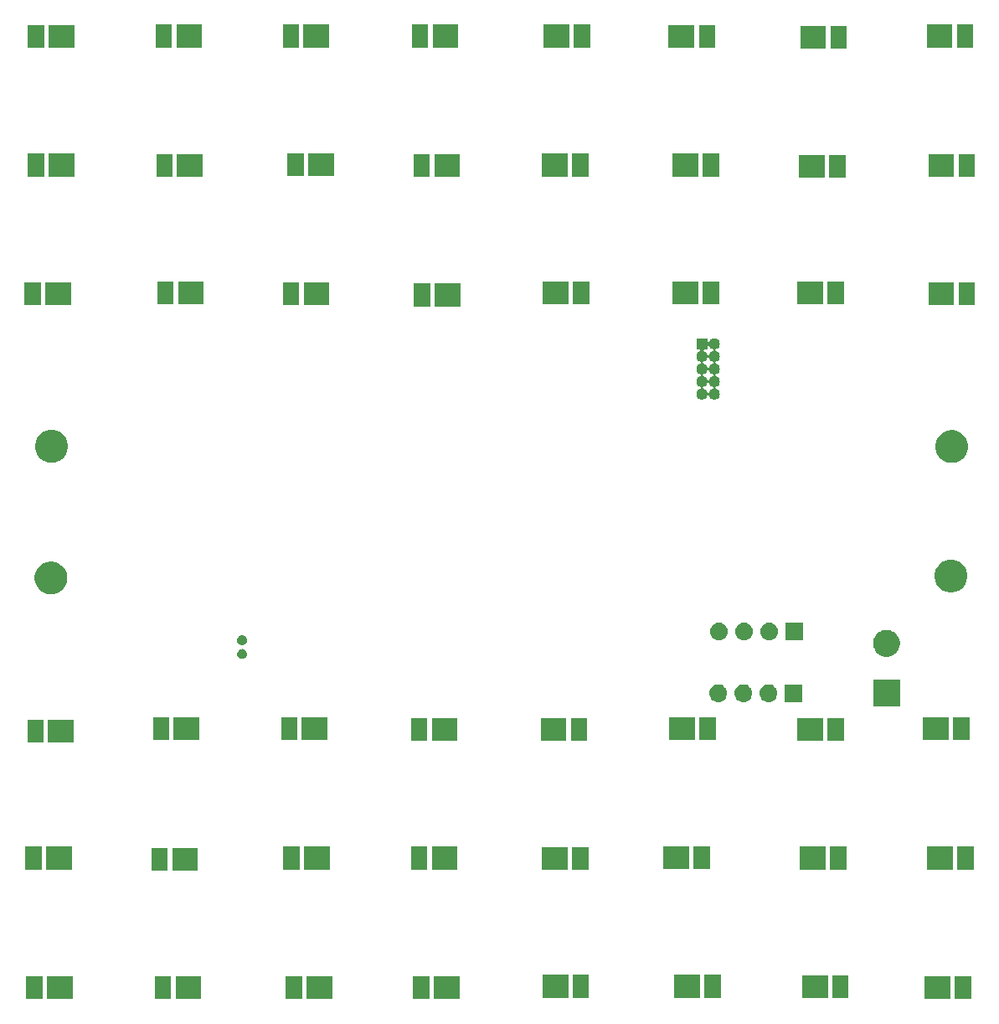
<source format=gbs>
G04 #@! TF.GenerationSoftware,KiCad,Pcbnew,(5.1.2-1)-1*
G04 #@! TF.CreationDate,2019-08-17T07:29:06+01:00*
G04 #@! TF.ProjectId,led_controller,6c65645f-636f-46e7-9472-6f6c6c65722e,rev?*
G04 #@! TF.SameCoordinates,Original*
G04 #@! TF.FileFunction,Soldermask,Bot*
G04 #@! TF.FilePolarity,Negative*
%FSLAX46Y46*%
G04 Gerber Fmt 4.6, Leading zero omitted, Abs format (unit mm)*
G04 Created by KiCad (PCBNEW (5.1.2-1)-1) date 2019-08-17 07:29:06*
%MOMM*%
%LPD*%
G04 APERTURE LIST*
%ADD10C,0.100000*%
G04 APERTURE END LIST*
D10*
G36*
X130926000Y-136751000D02*
G01*
X128324000Y-136751000D01*
X128324000Y-134449000D01*
X130926000Y-134449000D01*
X130926000Y-136751000D01*
X130926000Y-136751000D01*
G37*
G36*
X127876000Y-136751000D02*
G01*
X126224000Y-136751000D01*
X126224000Y-134449000D01*
X127876000Y-134449000D01*
X127876000Y-136751000D01*
X127876000Y-136751000D01*
G37*
G36*
X104701000Y-136751000D02*
G01*
X102099000Y-136751000D01*
X102099000Y-134449000D01*
X104701000Y-134449000D01*
X104701000Y-136751000D01*
X104701000Y-136751000D01*
G37*
G36*
X101651000Y-136751000D02*
G01*
X99999000Y-136751000D01*
X99999000Y-134449000D01*
X101651000Y-134449000D01*
X101651000Y-136751000D01*
X101651000Y-136751000D01*
G37*
G36*
X117701000Y-136701000D02*
G01*
X115099000Y-136701000D01*
X115099000Y-134399000D01*
X117701000Y-134399000D01*
X117701000Y-136701000D01*
X117701000Y-136701000D01*
G37*
G36*
X114651000Y-136701000D02*
G01*
X112999000Y-136701000D01*
X112999000Y-134399000D01*
X114651000Y-134399000D01*
X114651000Y-136701000D01*
X114651000Y-136701000D01*
G37*
G36*
X195551000Y-136701000D02*
G01*
X193899000Y-136701000D01*
X193899000Y-134399000D01*
X195551000Y-134399000D01*
X195551000Y-136701000D01*
X195551000Y-136701000D01*
G37*
G36*
X193451000Y-136701000D02*
G01*
X190849000Y-136701000D01*
X190849000Y-134399000D01*
X193451000Y-134399000D01*
X193451000Y-136701000D01*
X193451000Y-136701000D01*
G37*
G36*
X143801000Y-136701000D02*
G01*
X141199000Y-136701000D01*
X141199000Y-134399000D01*
X143801000Y-134399000D01*
X143801000Y-136701000D01*
X143801000Y-136701000D01*
G37*
G36*
X140751000Y-136701000D02*
G01*
X139099000Y-136701000D01*
X139099000Y-134399000D01*
X140751000Y-134399000D01*
X140751000Y-136701000D01*
X140751000Y-136701000D01*
G37*
G36*
X183151000Y-136651000D02*
G01*
X181499000Y-136651000D01*
X181499000Y-134349000D01*
X183151000Y-134349000D01*
X183151000Y-136651000D01*
X183151000Y-136651000D01*
G37*
G36*
X181051000Y-136651000D02*
G01*
X178449000Y-136651000D01*
X178449000Y-134349000D01*
X181051000Y-134349000D01*
X181051000Y-136651000D01*
X181051000Y-136651000D01*
G37*
G36*
X168101000Y-136601000D02*
G01*
X165499000Y-136601000D01*
X165499000Y-134299000D01*
X168101000Y-134299000D01*
X168101000Y-136601000D01*
X168101000Y-136601000D01*
G37*
G36*
X170201000Y-136601000D02*
G01*
X168549000Y-136601000D01*
X168549000Y-134299000D01*
X170201000Y-134299000D01*
X170201000Y-136601000D01*
X170201000Y-136601000D01*
G37*
G36*
X154801000Y-136601000D02*
G01*
X152199000Y-136601000D01*
X152199000Y-134299000D01*
X154801000Y-134299000D01*
X154801000Y-136601000D01*
X154801000Y-136601000D01*
G37*
G36*
X156901000Y-136601000D02*
G01*
X155249000Y-136601000D01*
X155249000Y-134299000D01*
X156901000Y-134299000D01*
X156901000Y-136601000D01*
X156901000Y-136601000D01*
G37*
G36*
X114301000Y-123751000D02*
G01*
X112649000Y-123751000D01*
X112649000Y-121449000D01*
X114301000Y-121449000D01*
X114301000Y-123751000D01*
X114301000Y-123751000D01*
G37*
G36*
X117351000Y-123751000D02*
G01*
X114749000Y-123751000D01*
X114749000Y-121449000D01*
X117351000Y-121449000D01*
X117351000Y-123751000D01*
X117351000Y-123751000D01*
G37*
G36*
X156826000Y-123701000D02*
G01*
X155174000Y-123701000D01*
X155174000Y-121399000D01*
X156826000Y-121399000D01*
X156826000Y-123701000D01*
X156826000Y-123701000D01*
G37*
G36*
X154726000Y-123701000D02*
G01*
X152124000Y-123701000D01*
X152124000Y-121399000D01*
X154726000Y-121399000D01*
X154726000Y-123701000D01*
X154726000Y-123701000D01*
G37*
G36*
X140551000Y-123651000D02*
G01*
X138899000Y-123651000D01*
X138899000Y-121349000D01*
X140551000Y-121349000D01*
X140551000Y-123651000D01*
X140551000Y-123651000D01*
G37*
G36*
X143601000Y-123651000D02*
G01*
X140999000Y-123651000D01*
X140999000Y-121349000D01*
X143601000Y-121349000D01*
X143601000Y-123651000D01*
X143601000Y-123651000D01*
G37*
G36*
X130701000Y-123651000D02*
G01*
X128099000Y-123651000D01*
X128099000Y-121349000D01*
X130701000Y-121349000D01*
X130701000Y-123651000D01*
X130701000Y-123651000D01*
G37*
G36*
X127651000Y-123651000D02*
G01*
X125999000Y-123651000D01*
X125999000Y-121349000D01*
X127651000Y-121349000D01*
X127651000Y-123651000D01*
X127651000Y-123651000D01*
G37*
G36*
X104601000Y-123651000D02*
G01*
X101999000Y-123651000D01*
X101999000Y-121349000D01*
X104601000Y-121349000D01*
X104601000Y-123651000D01*
X104601000Y-123651000D01*
G37*
G36*
X101551000Y-123651000D02*
G01*
X99899000Y-123651000D01*
X99899000Y-121349000D01*
X101551000Y-121349000D01*
X101551000Y-123651000D01*
X101551000Y-123651000D01*
G37*
G36*
X180801000Y-123651000D02*
G01*
X178199000Y-123651000D01*
X178199000Y-121349000D01*
X180801000Y-121349000D01*
X180801000Y-123651000D01*
X180801000Y-123651000D01*
G37*
G36*
X182901000Y-123651000D02*
G01*
X181249000Y-123651000D01*
X181249000Y-121349000D01*
X182901000Y-121349000D01*
X182901000Y-123651000D01*
X182901000Y-123651000D01*
G37*
G36*
X195801000Y-123651000D02*
G01*
X194149000Y-123651000D01*
X194149000Y-121349000D01*
X195801000Y-121349000D01*
X195801000Y-123651000D01*
X195801000Y-123651000D01*
G37*
G36*
X193701000Y-123651000D02*
G01*
X191099000Y-123651000D01*
X191099000Y-121349000D01*
X193701000Y-121349000D01*
X193701000Y-123651000D01*
X193701000Y-123651000D01*
G37*
G36*
X167026000Y-123601000D02*
G01*
X164424000Y-123601000D01*
X164424000Y-121299000D01*
X167026000Y-121299000D01*
X167026000Y-123601000D01*
X167026000Y-123601000D01*
G37*
G36*
X169126000Y-123601000D02*
G01*
X167474000Y-123601000D01*
X167474000Y-121299000D01*
X169126000Y-121299000D01*
X169126000Y-123601000D01*
X169126000Y-123601000D01*
G37*
G36*
X101751000Y-110826000D02*
G01*
X100099000Y-110826000D01*
X100099000Y-108524000D01*
X101751000Y-108524000D01*
X101751000Y-110826000D01*
X101751000Y-110826000D01*
G37*
G36*
X104801000Y-110826000D02*
G01*
X102199000Y-110826000D01*
X102199000Y-108524000D01*
X104801000Y-108524000D01*
X104801000Y-110826000D01*
X104801000Y-110826000D01*
G37*
G36*
X180551000Y-110651000D02*
G01*
X177949000Y-110651000D01*
X177949000Y-108349000D01*
X180551000Y-108349000D01*
X180551000Y-110651000D01*
X180551000Y-110651000D01*
G37*
G36*
X182651000Y-110651000D02*
G01*
X180999000Y-110651000D01*
X180999000Y-108349000D01*
X182651000Y-108349000D01*
X182651000Y-110651000D01*
X182651000Y-110651000D01*
G37*
G36*
X143601000Y-110651000D02*
G01*
X140999000Y-110651000D01*
X140999000Y-108349000D01*
X143601000Y-108349000D01*
X143601000Y-110651000D01*
X143601000Y-110651000D01*
G37*
G36*
X140551000Y-110651000D02*
G01*
X138899000Y-110651000D01*
X138899000Y-108349000D01*
X140551000Y-108349000D01*
X140551000Y-110651000D01*
X140551000Y-110651000D01*
G37*
G36*
X154601000Y-110651000D02*
G01*
X151999000Y-110651000D01*
X151999000Y-108349000D01*
X154601000Y-108349000D01*
X154601000Y-110651000D01*
X154601000Y-110651000D01*
G37*
G36*
X156701000Y-110651000D02*
G01*
X155049000Y-110651000D01*
X155049000Y-108349000D01*
X156701000Y-108349000D01*
X156701000Y-110651000D01*
X156701000Y-110651000D01*
G37*
G36*
X193251000Y-110601000D02*
G01*
X190649000Y-110601000D01*
X190649000Y-108299000D01*
X193251000Y-108299000D01*
X193251000Y-110601000D01*
X193251000Y-110601000D01*
G37*
G36*
X195351000Y-110601000D02*
G01*
X193699000Y-110601000D01*
X193699000Y-108299000D01*
X195351000Y-108299000D01*
X195351000Y-110601000D01*
X195351000Y-110601000D01*
G37*
G36*
X117501000Y-110601000D02*
G01*
X114899000Y-110601000D01*
X114899000Y-108299000D01*
X117501000Y-108299000D01*
X117501000Y-110601000D01*
X117501000Y-110601000D01*
G37*
G36*
X114451000Y-110601000D02*
G01*
X112799000Y-110601000D01*
X112799000Y-108299000D01*
X114451000Y-108299000D01*
X114451000Y-110601000D01*
X114451000Y-110601000D01*
G37*
G36*
X169701000Y-110551000D02*
G01*
X168049000Y-110551000D01*
X168049000Y-108249000D01*
X169701000Y-108249000D01*
X169701000Y-110551000D01*
X169701000Y-110551000D01*
G37*
G36*
X167601000Y-110551000D02*
G01*
X164999000Y-110551000D01*
X164999000Y-108249000D01*
X167601000Y-108249000D01*
X167601000Y-110551000D01*
X167601000Y-110551000D01*
G37*
G36*
X130451000Y-110551000D02*
G01*
X127849000Y-110551000D01*
X127849000Y-108249000D01*
X130451000Y-108249000D01*
X130451000Y-110551000D01*
X130451000Y-110551000D01*
G37*
G36*
X127401000Y-110551000D02*
G01*
X125749000Y-110551000D01*
X125749000Y-108249000D01*
X127401000Y-108249000D01*
X127401000Y-110551000D01*
X127401000Y-110551000D01*
G37*
G36*
X188326000Y-107151000D02*
G01*
X185624000Y-107151000D01*
X185624000Y-104449000D01*
X188326000Y-104449000D01*
X188326000Y-107151000D01*
X188326000Y-107151000D01*
G37*
G36*
X172605442Y-104955518D02*
G01*
X172671627Y-104962037D01*
X172841466Y-105013557D01*
X172997991Y-105097222D01*
X173033729Y-105126552D01*
X173135186Y-105209814D01*
X173218448Y-105311271D01*
X173247778Y-105347009D01*
X173331443Y-105503534D01*
X173382963Y-105673373D01*
X173400359Y-105850000D01*
X173382963Y-106026627D01*
X173331443Y-106196466D01*
X173247778Y-106352991D01*
X173218448Y-106388729D01*
X173135186Y-106490186D01*
X173033729Y-106573448D01*
X172997991Y-106602778D01*
X172841466Y-106686443D01*
X172671627Y-106737963D01*
X172605443Y-106744481D01*
X172539260Y-106751000D01*
X172450740Y-106751000D01*
X172384557Y-106744481D01*
X172318373Y-106737963D01*
X172148534Y-106686443D01*
X171992009Y-106602778D01*
X171956271Y-106573448D01*
X171854814Y-106490186D01*
X171771552Y-106388729D01*
X171742222Y-106352991D01*
X171658557Y-106196466D01*
X171607037Y-106026627D01*
X171589641Y-105850000D01*
X171607037Y-105673373D01*
X171658557Y-105503534D01*
X171742222Y-105347009D01*
X171771552Y-105311271D01*
X171854814Y-105209814D01*
X171956271Y-105126552D01*
X171992009Y-105097222D01*
X172148534Y-105013557D01*
X172318373Y-104962037D01*
X172384558Y-104955518D01*
X172450740Y-104949000D01*
X172539260Y-104949000D01*
X172605442Y-104955518D01*
X172605442Y-104955518D01*
G37*
G36*
X175145442Y-104955518D02*
G01*
X175211627Y-104962037D01*
X175381466Y-105013557D01*
X175537991Y-105097222D01*
X175573729Y-105126552D01*
X175675186Y-105209814D01*
X175758448Y-105311271D01*
X175787778Y-105347009D01*
X175871443Y-105503534D01*
X175922963Y-105673373D01*
X175940359Y-105850000D01*
X175922963Y-106026627D01*
X175871443Y-106196466D01*
X175787778Y-106352991D01*
X175758448Y-106388729D01*
X175675186Y-106490186D01*
X175573729Y-106573448D01*
X175537991Y-106602778D01*
X175381466Y-106686443D01*
X175211627Y-106737963D01*
X175145443Y-106744481D01*
X175079260Y-106751000D01*
X174990740Y-106751000D01*
X174924557Y-106744481D01*
X174858373Y-106737963D01*
X174688534Y-106686443D01*
X174532009Y-106602778D01*
X174496271Y-106573448D01*
X174394814Y-106490186D01*
X174311552Y-106388729D01*
X174282222Y-106352991D01*
X174198557Y-106196466D01*
X174147037Y-106026627D01*
X174129641Y-105850000D01*
X174147037Y-105673373D01*
X174198557Y-105503534D01*
X174282222Y-105347009D01*
X174311552Y-105311271D01*
X174394814Y-105209814D01*
X174496271Y-105126552D01*
X174532009Y-105097222D01*
X174688534Y-105013557D01*
X174858373Y-104962037D01*
X174924558Y-104955518D01*
X174990740Y-104949000D01*
X175079260Y-104949000D01*
X175145442Y-104955518D01*
X175145442Y-104955518D01*
G37*
G36*
X170065442Y-104955518D02*
G01*
X170131627Y-104962037D01*
X170301466Y-105013557D01*
X170457991Y-105097222D01*
X170493729Y-105126552D01*
X170595186Y-105209814D01*
X170678448Y-105311271D01*
X170707778Y-105347009D01*
X170791443Y-105503534D01*
X170842963Y-105673373D01*
X170860359Y-105850000D01*
X170842963Y-106026627D01*
X170791443Y-106196466D01*
X170707778Y-106352991D01*
X170678448Y-106388729D01*
X170595186Y-106490186D01*
X170493729Y-106573448D01*
X170457991Y-106602778D01*
X170301466Y-106686443D01*
X170131627Y-106737963D01*
X170065443Y-106744481D01*
X169999260Y-106751000D01*
X169910740Y-106751000D01*
X169844557Y-106744481D01*
X169778373Y-106737963D01*
X169608534Y-106686443D01*
X169452009Y-106602778D01*
X169416271Y-106573448D01*
X169314814Y-106490186D01*
X169231552Y-106388729D01*
X169202222Y-106352991D01*
X169118557Y-106196466D01*
X169067037Y-106026627D01*
X169049641Y-105850000D01*
X169067037Y-105673373D01*
X169118557Y-105503534D01*
X169202222Y-105347009D01*
X169231552Y-105311271D01*
X169314814Y-105209814D01*
X169416271Y-105126552D01*
X169452009Y-105097222D01*
X169608534Y-105013557D01*
X169778373Y-104962037D01*
X169844558Y-104955518D01*
X169910740Y-104949000D01*
X169999260Y-104949000D01*
X170065442Y-104955518D01*
X170065442Y-104955518D01*
G37*
G36*
X178476000Y-106751000D02*
G01*
X176674000Y-106751000D01*
X176674000Y-104949000D01*
X178476000Y-104949000D01*
X178476000Y-106751000D01*
X178476000Y-106751000D01*
G37*
G36*
X121922740Y-101383626D02*
G01*
X121971136Y-101393253D01*
X122008902Y-101408896D01*
X122062311Y-101431019D01*
X122103062Y-101458248D01*
X122144369Y-101485848D01*
X122214152Y-101555631D01*
X122214153Y-101555633D01*
X122268981Y-101637689D01*
X122306747Y-101728865D01*
X122326000Y-101825655D01*
X122326000Y-101924345D01*
X122306747Y-102021135D01*
X122268981Y-102112311D01*
X122268980Y-102112312D01*
X122214152Y-102194369D01*
X122144369Y-102264152D01*
X122103062Y-102291752D01*
X122062311Y-102318981D01*
X122008902Y-102341104D01*
X121971136Y-102356747D01*
X121922740Y-102366373D01*
X121874345Y-102376000D01*
X121775655Y-102376000D01*
X121727260Y-102366373D01*
X121678864Y-102356747D01*
X121641098Y-102341104D01*
X121587689Y-102318981D01*
X121546938Y-102291752D01*
X121505631Y-102264152D01*
X121435848Y-102194369D01*
X121381020Y-102112312D01*
X121381019Y-102112311D01*
X121343253Y-102021135D01*
X121324000Y-101924345D01*
X121324000Y-101825655D01*
X121343253Y-101728865D01*
X121381019Y-101637689D01*
X121435847Y-101555633D01*
X121435848Y-101555631D01*
X121505631Y-101485848D01*
X121546938Y-101458248D01*
X121587689Y-101431019D01*
X121641098Y-101408896D01*
X121678864Y-101393253D01*
X121727260Y-101383627D01*
X121775655Y-101374000D01*
X121874345Y-101374000D01*
X121922740Y-101383626D01*
X121922740Y-101383626D01*
G37*
G36*
X187369072Y-99500918D02*
G01*
X187608279Y-99600000D01*
X187614939Y-99602759D01*
X187726328Y-99677187D01*
X187836211Y-99750609D01*
X188024391Y-99938789D01*
X188172242Y-100160063D01*
X188274082Y-100405928D01*
X188326000Y-100666937D01*
X188326000Y-100933063D01*
X188274082Y-101194072D01*
X188172242Y-101439937D01*
X188040109Y-101637688D01*
X188024390Y-101661212D01*
X187836212Y-101849390D01*
X187614939Y-101997241D01*
X187614938Y-101997242D01*
X187614937Y-101997242D01*
X187369072Y-102099082D01*
X187108063Y-102151000D01*
X186841937Y-102151000D01*
X186580928Y-102099082D01*
X186335063Y-101997242D01*
X186335062Y-101997242D01*
X186335061Y-101997241D01*
X186113788Y-101849390D01*
X185925610Y-101661212D01*
X185909892Y-101637688D01*
X185777758Y-101439937D01*
X185675918Y-101194072D01*
X185624000Y-100933063D01*
X185624000Y-100666937D01*
X185675918Y-100405928D01*
X185777758Y-100160063D01*
X185925609Y-99938789D01*
X186113789Y-99750609D01*
X186223672Y-99677187D01*
X186335061Y-99602759D01*
X186341722Y-99600000D01*
X186580928Y-99500918D01*
X186841937Y-99449000D01*
X187108063Y-99449000D01*
X187369072Y-99500918D01*
X187369072Y-99500918D01*
G37*
G36*
X121922740Y-99983626D02*
G01*
X121971136Y-99993253D01*
X122008902Y-100008896D01*
X122062311Y-100031019D01*
X122062312Y-100031020D01*
X122144369Y-100085848D01*
X122214152Y-100155631D01*
X122214153Y-100155633D01*
X122268981Y-100237689D01*
X122306747Y-100328865D01*
X122326000Y-100425655D01*
X122326000Y-100524345D01*
X122306747Y-100621135D01*
X122268981Y-100712311D01*
X122268980Y-100712312D01*
X122214152Y-100794369D01*
X122144369Y-100864152D01*
X122103062Y-100891752D01*
X122062311Y-100918981D01*
X122008902Y-100941104D01*
X121971136Y-100956747D01*
X121922740Y-100966374D01*
X121874345Y-100976000D01*
X121775655Y-100976000D01*
X121727260Y-100966374D01*
X121678864Y-100956747D01*
X121641098Y-100941104D01*
X121587689Y-100918981D01*
X121546938Y-100891752D01*
X121505631Y-100864152D01*
X121435848Y-100794369D01*
X121381020Y-100712312D01*
X121381019Y-100712311D01*
X121343253Y-100621135D01*
X121324000Y-100524345D01*
X121324000Y-100425655D01*
X121343253Y-100328865D01*
X121381019Y-100237689D01*
X121435847Y-100155633D01*
X121435848Y-100155631D01*
X121505631Y-100085848D01*
X121587688Y-100031020D01*
X121587689Y-100031019D01*
X121641098Y-100008896D01*
X121678864Y-99993253D01*
X121727260Y-99983626D01*
X121775655Y-99974000D01*
X121874345Y-99974000D01*
X121922740Y-99983626D01*
X121922740Y-99983626D01*
G37*
G36*
X178551000Y-100501000D02*
G01*
X176749000Y-100501000D01*
X176749000Y-98699000D01*
X178551000Y-98699000D01*
X178551000Y-100501000D01*
X178551000Y-100501000D01*
G37*
G36*
X170140443Y-98705519D02*
G01*
X170206627Y-98712037D01*
X170376466Y-98763557D01*
X170532991Y-98847222D01*
X170568729Y-98876552D01*
X170670186Y-98959814D01*
X170753448Y-99061271D01*
X170782778Y-99097009D01*
X170866443Y-99253534D01*
X170917963Y-99423373D01*
X170935359Y-99600000D01*
X170917963Y-99776627D01*
X170866443Y-99946466D01*
X170782778Y-100102991D01*
X170753448Y-100138729D01*
X170670186Y-100240186D01*
X170568729Y-100323448D01*
X170532991Y-100352778D01*
X170376466Y-100436443D01*
X170206627Y-100487963D01*
X170140443Y-100494481D01*
X170074260Y-100501000D01*
X169985740Y-100501000D01*
X169919557Y-100494481D01*
X169853373Y-100487963D01*
X169683534Y-100436443D01*
X169527009Y-100352778D01*
X169491271Y-100323448D01*
X169389814Y-100240186D01*
X169306552Y-100138729D01*
X169277222Y-100102991D01*
X169193557Y-99946466D01*
X169142037Y-99776627D01*
X169124641Y-99600000D01*
X169142037Y-99423373D01*
X169193557Y-99253534D01*
X169277222Y-99097009D01*
X169306552Y-99061271D01*
X169389814Y-98959814D01*
X169491271Y-98876552D01*
X169527009Y-98847222D01*
X169683534Y-98763557D01*
X169853373Y-98712037D01*
X169919558Y-98705518D01*
X169985740Y-98699000D01*
X170074260Y-98699000D01*
X170140443Y-98705519D01*
X170140443Y-98705519D01*
G37*
G36*
X172680443Y-98705519D02*
G01*
X172746627Y-98712037D01*
X172916466Y-98763557D01*
X173072991Y-98847222D01*
X173108729Y-98876552D01*
X173210186Y-98959814D01*
X173293448Y-99061271D01*
X173322778Y-99097009D01*
X173406443Y-99253534D01*
X173457963Y-99423373D01*
X173475359Y-99600000D01*
X173457963Y-99776627D01*
X173406443Y-99946466D01*
X173322778Y-100102991D01*
X173293448Y-100138729D01*
X173210186Y-100240186D01*
X173108729Y-100323448D01*
X173072991Y-100352778D01*
X172916466Y-100436443D01*
X172746627Y-100487963D01*
X172680443Y-100494481D01*
X172614260Y-100501000D01*
X172525740Y-100501000D01*
X172459557Y-100494481D01*
X172393373Y-100487963D01*
X172223534Y-100436443D01*
X172067009Y-100352778D01*
X172031271Y-100323448D01*
X171929814Y-100240186D01*
X171846552Y-100138729D01*
X171817222Y-100102991D01*
X171733557Y-99946466D01*
X171682037Y-99776627D01*
X171664641Y-99600000D01*
X171682037Y-99423373D01*
X171733557Y-99253534D01*
X171817222Y-99097009D01*
X171846552Y-99061271D01*
X171929814Y-98959814D01*
X172031271Y-98876552D01*
X172067009Y-98847222D01*
X172223534Y-98763557D01*
X172393373Y-98712037D01*
X172459558Y-98705518D01*
X172525740Y-98699000D01*
X172614260Y-98699000D01*
X172680443Y-98705519D01*
X172680443Y-98705519D01*
G37*
G36*
X175220443Y-98705519D02*
G01*
X175286627Y-98712037D01*
X175456466Y-98763557D01*
X175612991Y-98847222D01*
X175648729Y-98876552D01*
X175750186Y-98959814D01*
X175833448Y-99061271D01*
X175862778Y-99097009D01*
X175946443Y-99253534D01*
X175997963Y-99423373D01*
X176015359Y-99600000D01*
X175997963Y-99776627D01*
X175946443Y-99946466D01*
X175862778Y-100102991D01*
X175833448Y-100138729D01*
X175750186Y-100240186D01*
X175648729Y-100323448D01*
X175612991Y-100352778D01*
X175456466Y-100436443D01*
X175286627Y-100487963D01*
X175220443Y-100494481D01*
X175154260Y-100501000D01*
X175065740Y-100501000D01*
X174999557Y-100494481D01*
X174933373Y-100487963D01*
X174763534Y-100436443D01*
X174607009Y-100352778D01*
X174571271Y-100323448D01*
X174469814Y-100240186D01*
X174386552Y-100138729D01*
X174357222Y-100102991D01*
X174273557Y-99946466D01*
X174222037Y-99776627D01*
X174204641Y-99600000D01*
X174222037Y-99423373D01*
X174273557Y-99253534D01*
X174357222Y-99097009D01*
X174386552Y-99061271D01*
X174469814Y-98959814D01*
X174571271Y-98876552D01*
X174607009Y-98847222D01*
X174763534Y-98763557D01*
X174933373Y-98712037D01*
X174999558Y-98705518D01*
X175065740Y-98699000D01*
X175154260Y-98699000D01*
X175220443Y-98705519D01*
X175220443Y-98705519D01*
G37*
G36*
X102875256Y-92591298D02*
G01*
X102981579Y-92612447D01*
X103282042Y-92736903D01*
X103552451Y-92917585D01*
X103782415Y-93147549D01*
X103782416Y-93147551D01*
X103963098Y-93417960D01*
X104087553Y-93718422D01*
X104151000Y-94037389D01*
X104151000Y-94362611D01*
X104108702Y-94575256D01*
X104087553Y-94681579D01*
X103963097Y-94982042D01*
X103782415Y-95252451D01*
X103552451Y-95482415D01*
X103282042Y-95663097D01*
X102981579Y-95787553D01*
X102875256Y-95808702D01*
X102662611Y-95851000D01*
X102337389Y-95851000D01*
X102124744Y-95808702D01*
X102018421Y-95787553D01*
X101717958Y-95663097D01*
X101447549Y-95482415D01*
X101217585Y-95252451D01*
X101036903Y-94982042D01*
X100912447Y-94681579D01*
X100891298Y-94575256D01*
X100849000Y-94362611D01*
X100849000Y-94037389D01*
X100912447Y-93718422D01*
X101036902Y-93417960D01*
X101217584Y-93147551D01*
X101217585Y-93147549D01*
X101447549Y-92917585D01*
X101717958Y-92736903D01*
X102018421Y-92612447D01*
X102124744Y-92591298D01*
X102337389Y-92549000D01*
X102662611Y-92549000D01*
X102875256Y-92591298D01*
X102875256Y-92591298D01*
G37*
G36*
X193875256Y-92391298D02*
G01*
X193981579Y-92412447D01*
X194282042Y-92536903D01*
X194552451Y-92717585D01*
X194782415Y-92947549D01*
X194963097Y-93217958D01*
X195045941Y-93417960D01*
X195087553Y-93518422D01*
X195127336Y-93718421D01*
X195151000Y-93837391D01*
X195151000Y-94162609D01*
X195087553Y-94481579D01*
X194963097Y-94782042D01*
X194782415Y-95052451D01*
X194552451Y-95282415D01*
X194282042Y-95463097D01*
X193981579Y-95587553D01*
X193875256Y-95608702D01*
X193662611Y-95651000D01*
X193337389Y-95651000D01*
X193124744Y-95608702D01*
X193018421Y-95587553D01*
X192717958Y-95463097D01*
X192447549Y-95282415D01*
X192217585Y-95052451D01*
X192036903Y-94782042D01*
X191912447Y-94481579D01*
X191849000Y-94162609D01*
X191849000Y-93837391D01*
X191872665Y-93718421D01*
X191912447Y-93518422D01*
X191954060Y-93417960D01*
X192036903Y-93217958D01*
X192217585Y-92947549D01*
X192447549Y-92717585D01*
X192717958Y-92536903D01*
X193018421Y-92412447D01*
X193124744Y-92391298D01*
X193337389Y-92349000D01*
X193662611Y-92349000D01*
X193875256Y-92391298D01*
X193875256Y-92391298D01*
G37*
G36*
X193950257Y-79316299D02*
G01*
X194056580Y-79337448D01*
X194357043Y-79461904D01*
X194627452Y-79642586D01*
X194857416Y-79872550D01*
X195038098Y-80142959D01*
X195162554Y-80443422D01*
X195226001Y-80762392D01*
X195226001Y-81087610D01*
X195162554Y-81406580D01*
X195038098Y-81707043D01*
X194857416Y-81977452D01*
X194627452Y-82207416D01*
X194357043Y-82388098D01*
X194056580Y-82512554D01*
X193950257Y-82533703D01*
X193737612Y-82576001D01*
X193412390Y-82576001D01*
X193199745Y-82533703D01*
X193093422Y-82512554D01*
X192792959Y-82388098D01*
X192522550Y-82207416D01*
X192292586Y-81977452D01*
X192111904Y-81707043D01*
X191987448Y-81406580D01*
X191924001Y-81087610D01*
X191924001Y-80762392D01*
X191987448Y-80443422D01*
X192111904Y-80142959D01*
X192292586Y-79872550D01*
X192522550Y-79642586D01*
X192792959Y-79461904D01*
X193093422Y-79337448D01*
X193199745Y-79316299D01*
X193412390Y-79274001D01*
X193737612Y-79274001D01*
X193950257Y-79316299D01*
X193950257Y-79316299D01*
G37*
G36*
X102838298Y-79274001D02*
G01*
X103031579Y-79312447D01*
X103332042Y-79436903D01*
X103602451Y-79617585D01*
X103832415Y-79847549D01*
X104013097Y-80117958D01*
X104137553Y-80418421D01*
X104201000Y-80737391D01*
X104201000Y-81062609D01*
X104137553Y-81381579D01*
X104013097Y-81682042D01*
X103832415Y-81952451D01*
X103602451Y-82182415D01*
X103332042Y-82363097D01*
X103031579Y-82487553D01*
X102925256Y-82508702D01*
X102712611Y-82551000D01*
X102387389Y-82551000D01*
X102174744Y-82508702D01*
X102068421Y-82487553D01*
X101767958Y-82363097D01*
X101497549Y-82182415D01*
X101267585Y-81952451D01*
X101086903Y-81682042D01*
X100962447Y-81381579D01*
X100899000Y-81062609D01*
X100899000Y-80737391D01*
X100962447Y-80418421D01*
X101086903Y-80117958D01*
X101267585Y-79847549D01*
X101497549Y-79617585D01*
X101767958Y-79436903D01*
X102068421Y-79312447D01*
X102261702Y-79274001D01*
X102387389Y-79249000D01*
X102712611Y-79249000D01*
X102838298Y-79274001D01*
X102838298Y-79274001D01*
G37*
G36*
X168851000Y-70202265D02*
G01*
X168853402Y-70226651D01*
X168860515Y-70250100D01*
X168872066Y-70271711D01*
X168887611Y-70290653D01*
X168906553Y-70306198D01*
X168928164Y-70317749D01*
X168951613Y-70324862D01*
X168975999Y-70327264D01*
X169000385Y-70324862D01*
X169023834Y-70317749D01*
X169045445Y-70306198D01*
X169064387Y-70290653D01*
X169079932Y-70271711D01*
X169086233Y-70261198D01*
X169109644Y-70217400D01*
X169178499Y-70133499D01*
X169262400Y-70064643D01*
X169330945Y-70028005D01*
X169358121Y-70013479D01*
X169461985Y-69981973D01*
X169542933Y-69974000D01*
X169597067Y-69974000D01*
X169678015Y-69981973D01*
X169781879Y-70013479D01*
X169809055Y-70028005D01*
X169877600Y-70064643D01*
X169961501Y-70133499D01*
X170030357Y-70217400D01*
X170066995Y-70285945D01*
X170081521Y-70313121D01*
X170113027Y-70416985D01*
X170123666Y-70525000D01*
X170113027Y-70633015D01*
X170081521Y-70736879D01*
X170081191Y-70737496D01*
X170030357Y-70832600D01*
X169961501Y-70916501D01*
X169877600Y-70985357D01*
X169809055Y-71021995D01*
X169781879Y-71036521D01*
X169769131Y-71040388D01*
X169746504Y-71049760D01*
X169726130Y-71063374D01*
X169708803Y-71080701D01*
X169695189Y-71101075D01*
X169685812Y-71123714D01*
X169681031Y-71147747D01*
X169681031Y-71172251D01*
X169685811Y-71196285D01*
X169695188Y-71218924D01*
X169708802Y-71239298D01*
X169726129Y-71256625D01*
X169746503Y-71270239D01*
X169769131Y-71279612D01*
X169781879Y-71283479D01*
X169808344Y-71297625D01*
X169877600Y-71334643D01*
X169961501Y-71403499D01*
X170030357Y-71487400D01*
X170066995Y-71555945D01*
X170081521Y-71583121D01*
X170113027Y-71686985D01*
X170123666Y-71795000D01*
X170113027Y-71903015D01*
X170081521Y-72006879D01*
X170081519Y-72006882D01*
X170030357Y-72102600D01*
X169961501Y-72186501D01*
X169877600Y-72255357D01*
X169809055Y-72291995D01*
X169781879Y-72306521D01*
X169769131Y-72310388D01*
X169746504Y-72319760D01*
X169726130Y-72333374D01*
X169708803Y-72350701D01*
X169695189Y-72371075D01*
X169685812Y-72393714D01*
X169681031Y-72417747D01*
X169681031Y-72442251D01*
X169685811Y-72466285D01*
X169695188Y-72488924D01*
X169708802Y-72509298D01*
X169726129Y-72526625D01*
X169746503Y-72540239D01*
X169769131Y-72549612D01*
X169781879Y-72553479D01*
X169809055Y-72568005D01*
X169877600Y-72604643D01*
X169961501Y-72673499D01*
X170030357Y-72757400D01*
X170066995Y-72825945D01*
X170081521Y-72853121D01*
X170113027Y-72956985D01*
X170123666Y-73065000D01*
X170113027Y-73173015D01*
X170081521Y-73276879D01*
X170081519Y-73276882D01*
X170030357Y-73372600D01*
X169961501Y-73456501D01*
X169877600Y-73525357D01*
X169809055Y-73561995D01*
X169781879Y-73576521D01*
X169769131Y-73580388D01*
X169746504Y-73589760D01*
X169726130Y-73603374D01*
X169708803Y-73620701D01*
X169695189Y-73641075D01*
X169685812Y-73663714D01*
X169681031Y-73687747D01*
X169681031Y-73712251D01*
X169685811Y-73736285D01*
X169695188Y-73758924D01*
X169708802Y-73779298D01*
X169726129Y-73796625D01*
X169746503Y-73810239D01*
X169769131Y-73819612D01*
X169781879Y-73823479D01*
X169809055Y-73838005D01*
X169877600Y-73874643D01*
X169961501Y-73943499D01*
X170030357Y-74027400D01*
X170066995Y-74095945D01*
X170081521Y-74123121D01*
X170113027Y-74226985D01*
X170123666Y-74335000D01*
X170113027Y-74443015D01*
X170081521Y-74546879D01*
X170081519Y-74546882D01*
X170030357Y-74642600D01*
X169961501Y-74726501D01*
X169877600Y-74795357D01*
X169809055Y-74831995D01*
X169781879Y-74846521D01*
X169769131Y-74850388D01*
X169746504Y-74859760D01*
X169726130Y-74873374D01*
X169708803Y-74890701D01*
X169695189Y-74911075D01*
X169685812Y-74933714D01*
X169681031Y-74957747D01*
X169681031Y-74982251D01*
X169685811Y-75006285D01*
X169695188Y-75028924D01*
X169708802Y-75049298D01*
X169726129Y-75066625D01*
X169746503Y-75080239D01*
X169769131Y-75089612D01*
X169781879Y-75093479D01*
X169809055Y-75108005D01*
X169877600Y-75144643D01*
X169961501Y-75213499D01*
X170030357Y-75297400D01*
X170066995Y-75365945D01*
X170081521Y-75393121D01*
X170113027Y-75496985D01*
X170123666Y-75605000D01*
X170113027Y-75713015D01*
X170081521Y-75816879D01*
X170081519Y-75816882D01*
X170030357Y-75912600D01*
X169961501Y-75996501D01*
X169877600Y-76065357D01*
X169809055Y-76101995D01*
X169781879Y-76116521D01*
X169678015Y-76148027D01*
X169597067Y-76156000D01*
X169542933Y-76156000D01*
X169461985Y-76148027D01*
X169358121Y-76116521D01*
X169330945Y-76101995D01*
X169262400Y-76065357D01*
X169178499Y-75996501D01*
X169109643Y-75912600D01*
X169058481Y-75816882D01*
X169058479Y-75816879D01*
X169054612Y-75804131D01*
X169045240Y-75781504D01*
X169031626Y-75761130D01*
X169014299Y-75743803D01*
X168993925Y-75730189D01*
X168971286Y-75720812D01*
X168947253Y-75716031D01*
X168922749Y-75716031D01*
X168898715Y-75720811D01*
X168876076Y-75730188D01*
X168855702Y-75743802D01*
X168838375Y-75761129D01*
X168824761Y-75781503D01*
X168815388Y-75804131D01*
X168811521Y-75816879D01*
X168811519Y-75816882D01*
X168760357Y-75912600D01*
X168691501Y-75996501D01*
X168607600Y-76065357D01*
X168539055Y-76101995D01*
X168511879Y-76116521D01*
X168408015Y-76148027D01*
X168327067Y-76156000D01*
X168272933Y-76156000D01*
X168191985Y-76148027D01*
X168088121Y-76116521D01*
X168060945Y-76101995D01*
X167992400Y-76065357D01*
X167908499Y-75996501D01*
X167839643Y-75912600D01*
X167788481Y-75816882D01*
X167788479Y-75816879D01*
X167756973Y-75713015D01*
X167746334Y-75605000D01*
X167756973Y-75496985D01*
X167788479Y-75393121D01*
X167803005Y-75365945D01*
X167839643Y-75297400D01*
X167908499Y-75213499D01*
X167992400Y-75144643D01*
X168060945Y-75108005D01*
X168088121Y-75093479D01*
X168100869Y-75089612D01*
X168123496Y-75080240D01*
X168143870Y-75066626D01*
X168161197Y-75049299D01*
X168174811Y-75028925D01*
X168184188Y-75006286D01*
X168188969Y-74982253D01*
X168188969Y-74957749D01*
X168188969Y-74957747D01*
X168411031Y-74957747D01*
X168411031Y-74982251D01*
X168415811Y-75006285D01*
X168425188Y-75028924D01*
X168438802Y-75049298D01*
X168456129Y-75066625D01*
X168476503Y-75080239D01*
X168499131Y-75089612D01*
X168511879Y-75093479D01*
X168539055Y-75108005D01*
X168607600Y-75144643D01*
X168691501Y-75213499D01*
X168760357Y-75297400D01*
X168796995Y-75365945D01*
X168811521Y-75393121D01*
X168815388Y-75405869D01*
X168824760Y-75428496D01*
X168838374Y-75448870D01*
X168855701Y-75466197D01*
X168876075Y-75479811D01*
X168898714Y-75489188D01*
X168922747Y-75493969D01*
X168947251Y-75493969D01*
X168971285Y-75489189D01*
X168993924Y-75479812D01*
X169014298Y-75466198D01*
X169031625Y-75448871D01*
X169045239Y-75428497D01*
X169054612Y-75405869D01*
X169058479Y-75393121D01*
X169073005Y-75365945D01*
X169109643Y-75297400D01*
X169178499Y-75213499D01*
X169262400Y-75144643D01*
X169330945Y-75108005D01*
X169358121Y-75093479D01*
X169370869Y-75089612D01*
X169393496Y-75080240D01*
X169413870Y-75066626D01*
X169431197Y-75049299D01*
X169444811Y-75028925D01*
X169454188Y-75006286D01*
X169458969Y-74982253D01*
X169458969Y-74957749D01*
X169454189Y-74933715D01*
X169444812Y-74911076D01*
X169431198Y-74890702D01*
X169413871Y-74873375D01*
X169393497Y-74859761D01*
X169370869Y-74850388D01*
X169358121Y-74846521D01*
X169330945Y-74831995D01*
X169262400Y-74795357D01*
X169178499Y-74726501D01*
X169109643Y-74642600D01*
X169058481Y-74546882D01*
X169058479Y-74546879D01*
X169054612Y-74534131D01*
X169045240Y-74511504D01*
X169031626Y-74491130D01*
X169014299Y-74473803D01*
X168993925Y-74460189D01*
X168971286Y-74450812D01*
X168947253Y-74446031D01*
X168922749Y-74446031D01*
X168898715Y-74450811D01*
X168876076Y-74460188D01*
X168855702Y-74473802D01*
X168838375Y-74491129D01*
X168824761Y-74511503D01*
X168815388Y-74534131D01*
X168811521Y-74546879D01*
X168811519Y-74546882D01*
X168760357Y-74642600D01*
X168691501Y-74726501D01*
X168607600Y-74795357D01*
X168539055Y-74831995D01*
X168511879Y-74846521D01*
X168499131Y-74850388D01*
X168476504Y-74859760D01*
X168456130Y-74873374D01*
X168438803Y-74890701D01*
X168425189Y-74911075D01*
X168415812Y-74933714D01*
X168411031Y-74957747D01*
X168188969Y-74957747D01*
X168184189Y-74933715D01*
X168174812Y-74911076D01*
X168161198Y-74890702D01*
X168143871Y-74873375D01*
X168123497Y-74859761D01*
X168100869Y-74850388D01*
X168088121Y-74846521D01*
X168060945Y-74831995D01*
X167992400Y-74795357D01*
X167908499Y-74726501D01*
X167839643Y-74642600D01*
X167788481Y-74546882D01*
X167788479Y-74546879D01*
X167756973Y-74443015D01*
X167746334Y-74335000D01*
X167756973Y-74226985D01*
X167788479Y-74123121D01*
X167803005Y-74095945D01*
X167839643Y-74027400D01*
X167908499Y-73943499D01*
X167992400Y-73874643D01*
X168060945Y-73838005D01*
X168088121Y-73823479D01*
X168100869Y-73819612D01*
X168123496Y-73810240D01*
X168143870Y-73796626D01*
X168161197Y-73779299D01*
X168174811Y-73758925D01*
X168184188Y-73736286D01*
X168188969Y-73712253D01*
X168188969Y-73687749D01*
X168188969Y-73687747D01*
X168411031Y-73687747D01*
X168411031Y-73712251D01*
X168415811Y-73736285D01*
X168425188Y-73758924D01*
X168438802Y-73779298D01*
X168456129Y-73796625D01*
X168476503Y-73810239D01*
X168499131Y-73819612D01*
X168511879Y-73823479D01*
X168539055Y-73838005D01*
X168607600Y-73874643D01*
X168691501Y-73943499D01*
X168760357Y-74027400D01*
X168796995Y-74095945D01*
X168811521Y-74123121D01*
X168815388Y-74135869D01*
X168824760Y-74158496D01*
X168838374Y-74178870D01*
X168855701Y-74196197D01*
X168876075Y-74209811D01*
X168898714Y-74219188D01*
X168922747Y-74223969D01*
X168947251Y-74223969D01*
X168971285Y-74219189D01*
X168993924Y-74209812D01*
X169014298Y-74196198D01*
X169031625Y-74178871D01*
X169045239Y-74158497D01*
X169054612Y-74135869D01*
X169058479Y-74123121D01*
X169073005Y-74095945D01*
X169109643Y-74027400D01*
X169178499Y-73943499D01*
X169262400Y-73874643D01*
X169330945Y-73838005D01*
X169358121Y-73823479D01*
X169370869Y-73819612D01*
X169393496Y-73810240D01*
X169413870Y-73796626D01*
X169431197Y-73779299D01*
X169444811Y-73758925D01*
X169454188Y-73736286D01*
X169458969Y-73712253D01*
X169458969Y-73687749D01*
X169454189Y-73663715D01*
X169444812Y-73641076D01*
X169431198Y-73620702D01*
X169413871Y-73603375D01*
X169393497Y-73589761D01*
X169370869Y-73580388D01*
X169358121Y-73576521D01*
X169330945Y-73561995D01*
X169262400Y-73525357D01*
X169178499Y-73456501D01*
X169109643Y-73372600D01*
X169058481Y-73276882D01*
X169058479Y-73276879D01*
X169054612Y-73264131D01*
X169045240Y-73241504D01*
X169031626Y-73221130D01*
X169014299Y-73203803D01*
X168993925Y-73190189D01*
X168971286Y-73180812D01*
X168947253Y-73176031D01*
X168922749Y-73176031D01*
X168898715Y-73180811D01*
X168876076Y-73190188D01*
X168855702Y-73203802D01*
X168838375Y-73221129D01*
X168824761Y-73241503D01*
X168815388Y-73264131D01*
X168811521Y-73276879D01*
X168811519Y-73276882D01*
X168760357Y-73372600D01*
X168691501Y-73456501D01*
X168607600Y-73525357D01*
X168539055Y-73561995D01*
X168511879Y-73576521D01*
X168499131Y-73580388D01*
X168476504Y-73589760D01*
X168456130Y-73603374D01*
X168438803Y-73620701D01*
X168425189Y-73641075D01*
X168415812Y-73663714D01*
X168411031Y-73687747D01*
X168188969Y-73687747D01*
X168184189Y-73663715D01*
X168174812Y-73641076D01*
X168161198Y-73620702D01*
X168143871Y-73603375D01*
X168123497Y-73589761D01*
X168100869Y-73580388D01*
X168088121Y-73576521D01*
X168060945Y-73561995D01*
X167992400Y-73525357D01*
X167908499Y-73456501D01*
X167839643Y-73372600D01*
X167788481Y-73276882D01*
X167788479Y-73276879D01*
X167756973Y-73173015D01*
X167746334Y-73065000D01*
X167756973Y-72956985D01*
X167788479Y-72853121D01*
X167803005Y-72825945D01*
X167839643Y-72757400D01*
X167908499Y-72673499D01*
X167992400Y-72604643D01*
X168060945Y-72568005D01*
X168088121Y-72553479D01*
X168100869Y-72549612D01*
X168123496Y-72540240D01*
X168143870Y-72526626D01*
X168161197Y-72509299D01*
X168174811Y-72488925D01*
X168184188Y-72466286D01*
X168188969Y-72442253D01*
X168188969Y-72417749D01*
X168188969Y-72417747D01*
X168411031Y-72417747D01*
X168411031Y-72442251D01*
X168415811Y-72466285D01*
X168425188Y-72488924D01*
X168438802Y-72509298D01*
X168456129Y-72526625D01*
X168476503Y-72540239D01*
X168499131Y-72549612D01*
X168511879Y-72553479D01*
X168539055Y-72568005D01*
X168607600Y-72604643D01*
X168691501Y-72673499D01*
X168760357Y-72757400D01*
X168796995Y-72825945D01*
X168811521Y-72853121D01*
X168815388Y-72865869D01*
X168824760Y-72888496D01*
X168838374Y-72908870D01*
X168855701Y-72926197D01*
X168876075Y-72939811D01*
X168898714Y-72949188D01*
X168922747Y-72953969D01*
X168947251Y-72953969D01*
X168971285Y-72949189D01*
X168993924Y-72939812D01*
X169014298Y-72926198D01*
X169031625Y-72908871D01*
X169045239Y-72888497D01*
X169054612Y-72865869D01*
X169058479Y-72853121D01*
X169073005Y-72825945D01*
X169109643Y-72757400D01*
X169178499Y-72673499D01*
X169262400Y-72604643D01*
X169330945Y-72568005D01*
X169358121Y-72553479D01*
X169370869Y-72549612D01*
X169393496Y-72540240D01*
X169413870Y-72526626D01*
X169431197Y-72509299D01*
X169444811Y-72488925D01*
X169454188Y-72466286D01*
X169458969Y-72442253D01*
X169458969Y-72417749D01*
X169454189Y-72393715D01*
X169444812Y-72371076D01*
X169431198Y-72350702D01*
X169413871Y-72333375D01*
X169393497Y-72319761D01*
X169370869Y-72310388D01*
X169358121Y-72306521D01*
X169330945Y-72291995D01*
X169262400Y-72255357D01*
X169178499Y-72186501D01*
X169109643Y-72102600D01*
X169058481Y-72006882D01*
X169058479Y-72006879D01*
X169054612Y-71994131D01*
X169045240Y-71971504D01*
X169031626Y-71951130D01*
X169014299Y-71933803D01*
X168993925Y-71920189D01*
X168971286Y-71910812D01*
X168947253Y-71906031D01*
X168922749Y-71906031D01*
X168898715Y-71910811D01*
X168876076Y-71920188D01*
X168855702Y-71933802D01*
X168838375Y-71951129D01*
X168824761Y-71971503D01*
X168815388Y-71994131D01*
X168811521Y-72006879D01*
X168811519Y-72006882D01*
X168760357Y-72102600D01*
X168691501Y-72186501D01*
X168607600Y-72255357D01*
X168539055Y-72291995D01*
X168511879Y-72306521D01*
X168499131Y-72310388D01*
X168476504Y-72319760D01*
X168456130Y-72333374D01*
X168438803Y-72350701D01*
X168425189Y-72371075D01*
X168415812Y-72393714D01*
X168411031Y-72417747D01*
X168188969Y-72417747D01*
X168184189Y-72393715D01*
X168174812Y-72371076D01*
X168161198Y-72350702D01*
X168143871Y-72333375D01*
X168123497Y-72319761D01*
X168100869Y-72310388D01*
X168088121Y-72306521D01*
X168060945Y-72291995D01*
X167992400Y-72255357D01*
X167908499Y-72186501D01*
X167839643Y-72102600D01*
X167788481Y-72006882D01*
X167788479Y-72006879D01*
X167756973Y-71903015D01*
X167746334Y-71795000D01*
X167756973Y-71686985D01*
X167788479Y-71583121D01*
X167803005Y-71555945D01*
X167839643Y-71487400D01*
X167908499Y-71403499D01*
X167992399Y-71334645D01*
X167992398Y-71334645D01*
X167992400Y-71334644D01*
X168036193Y-71311236D01*
X168056563Y-71297625D01*
X168073890Y-71280298D01*
X168087504Y-71259924D01*
X168096881Y-71237285D01*
X168101662Y-71213252D01*
X168101662Y-71200999D01*
X168497736Y-71200999D01*
X168500138Y-71225385D01*
X168507251Y-71248834D01*
X168518802Y-71270445D01*
X168534347Y-71289387D01*
X168553289Y-71304932D01*
X168563802Y-71311233D01*
X168607600Y-71334644D01*
X168607602Y-71334645D01*
X168607601Y-71334645D01*
X168691501Y-71403499D01*
X168760357Y-71487400D01*
X168796995Y-71555945D01*
X168811521Y-71583121D01*
X168815388Y-71595869D01*
X168824760Y-71618496D01*
X168838374Y-71638870D01*
X168855701Y-71656197D01*
X168876075Y-71669811D01*
X168898714Y-71679188D01*
X168922747Y-71683969D01*
X168947251Y-71683969D01*
X168971285Y-71679189D01*
X168993924Y-71669812D01*
X169014298Y-71656198D01*
X169031625Y-71638871D01*
X169045239Y-71618497D01*
X169054612Y-71595869D01*
X169058479Y-71583121D01*
X169073005Y-71555945D01*
X169109643Y-71487400D01*
X169178499Y-71403499D01*
X169262400Y-71334643D01*
X169331656Y-71297625D01*
X169358121Y-71283479D01*
X169370869Y-71279612D01*
X169393496Y-71270240D01*
X169413870Y-71256626D01*
X169431197Y-71239299D01*
X169444811Y-71218925D01*
X169454188Y-71196286D01*
X169458969Y-71172253D01*
X169458969Y-71147749D01*
X169454189Y-71123715D01*
X169444812Y-71101076D01*
X169431198Y-71080702D01*
X169413871Y-71063375D01*
X169393497Y-71049761D01*
X169370869Y-71040388D01*
X169358121Y-71036521D01*
X169330945Y-71021995D01*
X169262400Y-70985357D01*
X169178499Y-70916501D01*
X169109645Y-70832601D01*
X169109644Y-70832600D01*
X169086236Y-70788807D01*
X169072625Y-70768437D01*
X169055298Y-70751110D01*
X169034924Y-70737496D01*
X169012285Y-70728119D01*
X168988252Y-70723338D01*
X168963748Y-70723338D01*
X168939714Y-70728118D01*
X168917076Y-70737495D01*
X168896701Y-70751109D01*
X168879374Y-70768436D01*
X168865760Y-70788810D01*
X168856383Y-70811449D01*
X168851602Y-70835482D01*
X168851000Y-70847735D01*
X168851000Y-71076000D01*
X168622735Y-71076000D01*
X168598349Y-71078402D01*
X168574900Y-71085515D01*
X168553289Y-71097066D01*
X168534347Y-71112611D01*
X168518802Y-71131553D01*
X168507251Y-71153164D01*
X168500138Y-71176613D01*
X168497736Y-71200999D01*
X168101662Y-71200999D01*
X168101662Y-71188748D01*
X168096882Y-71164714D01*
X168087505Y-71142076D01*
X168073891Y-71121701D01*
X168056564Y-71104374D01*
X168036190Y-71090760D01*
X168013551Y-71081383D01*
X167989518Y-71076602D01*
X167977265Y-71076000D01*
X167749000Y-71076000D01*
X167749000Y-69974000D01*
X168851000Y-69974000D01*
X168851000Y-70202265D01*
X168851000Y-70202265D01*
G37*
G36*
X140851000Y-66751000D02*
G01*
X139199000Y-66751000D01*
X139199000Y-64449000D01*
X140851000Y-64449000D01*
X140851000Y-66751000D01*
X140851000Y-66751000D01*
G37*
G36*
X143901000Y-66751000D02*
G01*
X141299000Y-66751000D01*
X141299000Y-64449000D01*
X143901000Y-64449000D01*
X143901000Y-66751000D01*
X143901000Y-66751000D01*
G37*
G36*
X193801000Y-66651000D02*
G01*
X191199000Y-66651000D01*
X191199000Y-64349000D01*
X193801000Y-64349000D01*
X193801000Y-66651000D01*
X193801000Y-66651000D01*
G37*
G36*
X195901000Y-66651000D02*
G01*
X194249000Y-66651000D01*
X194249000Y-64349000D01*
X195901000Y-64349000D01*
X195901000Y-66651000D01*
X195901000Y-66651000D01*
G37*
G36*
X104501000Y-66651000D02*
G01*
X101899000Y-66651000D01*
X101899000Y-64349000D01*
X104501000Y-64349000D01*
X104501000Y-66651000D01*
X104501000Y-66651000D01*
G37*
G36*
X101451000Y-66651000D02*
G01*
X99799000Y-66651000D01*
X99799000Y-64349000D01*
X101451000Y-64349000D01*
X101451000Y-66651000D01*
X101451000Y-66651000D01*
G37*
G36*
X130651000Y-66651000D02*
G01*
X128049000Y-66651000D01*
X128049000Y-64349000D01*
X130651000Y-64349000D01*
X130651000Y-66651000D01*
X130651000Y-66651000D01*
G37*
G36*
X127601000Y-66651000D02*
G01*
X125949000Y-66651000D01*
X125949000Y-64349000D01*
X127601000Y-64349000D01*
X127601000Y-66651000D01*
X127601000Y-66651000D01*
G37*
G36*
X156926000Y-66551000D02*
G01*
X155274000Y-66551000D01*
X155274000Y-64249000D01*
X156926000Y-64249000D01*
X156926000Y-66551000D01*
X156926000Y-66551000D01*
G37*
G36*
X167951000Y-66551000D02*
G01*
X165349000Y-66551000D01*
X165349000Y-64249000D01*
X167951000Y-64249000D01*
X167951000Y-66551000D01*
X167951000Y-66551000D01*
G37*
G36*
X170051000Y-66551000D02*
G01*
X168399000Y-66551000D01*
X168399000Y-64249000D01*
X170051000Y-64249000D01*
X170051000Y-66551000D01*
X170051000Y-66551000D01*
G37*
G36*
X180551000Y-66551000D02*
G01*
X177949000Y-66551000D01*
X177949000Y-64249000D01*
X180551000Y-64249000D01*
X180551000Y-66551000D01*
X180551000Y-66551000D01*
G37*
G36*
X154826000Y-66551000D02*
G01*
X152224000Y-66551000D01*
X152224000Y-64249000D01*
X154826000Y-64249000D01*
X154826000Y-66551000D01*
X154826000Y-66551000D01*
G37*
G36*
X117951000Y-66551000D02*
G01*
X115349000Y-66551000D01*
X115349000Y-64249000D01*
X117951000Y-64249000D01*
X117951000Y-66551000D01*
X117951000Y-66551000D01*
G37*
G36*
X114901000Y-66551000D02*
G01*
X113249000Y-66551000D01*
X113249000Y-64249000D01*
X114901000Y-64249000D01*
X114901000Y-66551000D01*
X114901000Y-66551000D01*
G37*
G36*
X182651000Y-66551000D02*
G01*
X180999000Y-66551000D01*
X180999000Y-64249000D01*
X182651000Y-64249000D01*
X182651000Y-66551000D01*
X182651000Y-66551000D01*
G37*
G36*
X182851000Y-53726000D02*
G01*
X181199000Y-53726000D01*
X181199000Y-51424000D01*
X182851000Y-51424000D01*
X182851000Y-53726000D01*
X182851000Y-53726000D01*
G37*
G36*
X180751000Y-53726000D02*
G01*
X178149000Y-53726000D01*
X178149000Y-51424000D01*
X180751000Y-51424000D01*
X180751000Y-53726000D01*
X180751000Y-53726000D01*
G37*
G36*
X143851000Y-53676000D02*
G01*
X141249000Y-53676000D01*
X141249000Y-51374000D01*
X143851000Y-51374000D01*
X143851000Y-53676000D01*
X143851000Y-53676000D01*
G37*
G36*
X117851000Y-53676000D02*
G01*
X115249000Y-53676000D01*
X115249000Y-51374000D01*
X117851000Y-51374000D01*
X117851000Y-53676000D01*
X117851000Y-53676000D01*
G37*
G36*
X114801000Y-53676000D02*
G01*
X113149000Y-53676000D01*
X113149000Y-51374000D01*
X114801000Y-51374000D01*
X114801000Y-53676000D01*
X114801000Y-53676000D01*
G37*
G36*
X140801000Y-53676000D02*
G01*
X139149000Y-53676000D01*
X139149000Y-51374000D01*
X140801000Y-51374000D01*
X140801000Y-53676000D01*
X140801000Y-53676000D01*
G37*
G36*
X195901000Y-53676000D02*
G01*
X194249000Y-53676000D01*
X194249000Y-51374000D01*
X195901000Y-51374000D01*
X195901000Y-53676000D01*
X195901000Y-53676000D01*
G37*
G36*
X193801000Y-53676000D02*
G01*
X191199000Y-53676000D01*
X191199000Y-51374000D01*
X193801000Y-51374000D01*
X193801000Y-53676000D01*
X193801000Y-53676000D01*
G37*
G36*
X104851000Y-53626000D02*
G01*
X102249000Y-53626000D01*
X102249000Y-51324000D01*
X104851000Y-51324000D01*
X104851000Y-53626000D01*
X104851000Y-53626000D01*
G37*
G36*
X101801000Y-53626000D02*
G01*
X100149000Y-53626000D01*
X100149000Y-51324000D01*
X101801000Y-51324000D01*
X101801000Y-53626000D01*
X101801000Y-53626000D01*
G37*
G36*
X154751000Y-53626000D02*
G01*
X152149000Y-53626000D01*
X152149000Y-51324000D01*
X154751000Y-51324000D01*
X154751000Y-53626000D01*
X154751000Y-53626000D01*
G37*
G36*
X156851000Y-53626000D02*
G01*
X155199000Y-53626000D01*
X155199000Y-51324000D01*
X156851000Y-51324000D01*
X156851000Y-53626000D01*
X156851000Y-53626000D01*
G37*
G36*
X167951000Y-53626000D02*
G01*
X165349000Y-53626000D01*
X165349000Y-51324000D01*
X167951000Y-51324000D01*
X167951000Y-53626000D01*
X167951000Y-53626000D01*
G37*
G36*
X170051000Y-53626000D02*
G01*
X168399000Y-53626000D01*
X168399000Y-51324000D01*
X170051000Y-51324000D01*
X170051000Y-53626000D01*
X170051000Y-53626000D01*
G37*
G36*
X131101000Y-53576000D02*
G01*
X128499000Y-53576000D01*
X128499000Y-51274000D01*
X131101000Y-51274000D01*
X131101000Y-53576000D01*
X131101000Y-53576000D01*
G37*
G36*
X128051000Y-53576000D02*
G01*
X126399000Y-53576000D01*
X126399000Y-51274000D01*
X128051000Y-51274000D01*
X128051000Y-53576000D01*
X128051000Y-53576000D01*
G37*
G36*
X182951000Y-40701000D02*
G01*
X181299000Y-40701000D01*
X181299000Y-38399000D01*
X182951000Y-38399000D01*
X182951000Y-40701000D01*
X182951000Y-40701000D01*
G37*
G36*
X180851000Y-40701000D02*
G01*
X178249000Y-40701000D01*
X178249000Y-38399000D01*
X180851000Y-38399000D01*
X180851000Y-40701000D01*
X180851000Y-40701000D01*
G37*
G36*
X104851000Y-40651000D02*
G01*
X102249000Y-40651000D01*
X102249000Y-38349000D01*
X104851000Y-38349000D01*
X104851000Y-40651000D01*
X104851000Y-40651000D01*
G37*
G36*
X169651000Y-40651000D02*
G01*
X167999000Y-40651000D01*
X167999000Y-38349000D01*
X169651000Y-38349000D01*
X169651000Y-40651000D01*
X169651000Y-40651000D01*
G37*
G36*
X167551000Y-40651000D02*
G01*
X164949000Y-40651000D01*
X164949000Y-38349000D01*
X167551000Y-38349000D01*
X167551000Y-40651000D01*
X167551000Y-40651000D01*
G37*
G36*
X101801000Y-40651000D02*
G01*
X100149000Y-40651000D01*
X100149000Y-38349000D01*
X101801000Y-38349000D01*
X101801000Y-40651000D01*
X101801000Y-40651000D01*
G37*
G36*
X114726000Y-40601000D02*
G01*
X113074000Y-40601000D01*
X113074000Y-38299000D01*
X114726000Y-38299000D01*
X114726000Y-40601000D01*
X114726000Y-40601000D01*
G37*
G36*
X117776000Y-40601000D02*
G01*
X115174000Y-40601000D01*
X115174000Y-38299000D01*
X117776000Y-38299000D01*
X117776000Y-40601000D01*
X117776000Y-40601000D01*
G37*
G36*
X127576000Y-40601000D02*
G01*
X125924000Y-40601000D01*
X125924000Y-38299000D01*
X127576000Y-38299000D01*
X127576000Y-40601000D01*
X127576000Y-40601000D01*
G37*
G36*
X130626000Y-40601000D02*
G01*
X128024000Y-40601000D01*
X128024000Y-38299000D01*
X130626000Y-38299000D01*
X130626000Y-40601000D01*
X130626000Y-40601000D01*
G37*
G36*
X140626000Y-40601000D02*
G01*
X138974000Y-40601000D01*
X138974000Y-38299000D01*
X140626000Y-38299000D01*
X140626000Y-40601000D01*
X140626000Y-40601000D01*
G37*
G36*
X143676000Y-40601000D02*
G01*
X141074000Y-40601000D01*
X141074000Y-38299000D01*
X143676000Y-38299000D01*
X143676000Y-40601000D01*
X143676000Y-40601000D01*
G37*
G36*
X154901000Y-40601000D02*
G01*
X152299000Y-40601000D01*
X152299000Y-38299000D01*
X154901000Y-38299000D01*
X154901000Y-40601000D01*
X154901000Y-40601000D01*
G37*
G36*
X157001000Y-40601000D02*
G01*
X155349000Y-40601000D01*
X155349000Y-38299000D01*
X157001000Y-38299000D01*
X157001000Y-40601000D01*
X157001000Y-40601000D01*
G37*
G36*
X193651000Y-40601000D02*
G01*
X191049000Y-40601000D01*
X191049000Y-38299000D01*
X193651000Y-38299000D01*
X193651000Y-40601000D01*
X193651000Y-40601000D01*
G37*
G36*
X195751000Y-40601000D02*
G01*
X194099000Y-40601000D01*
X194099000Y-38299000D01*
X195751000Y-38299000D01*
X195751000Y-40601000D01*
X195751000Y-40601000D01*
G37*
M02*

</source>
